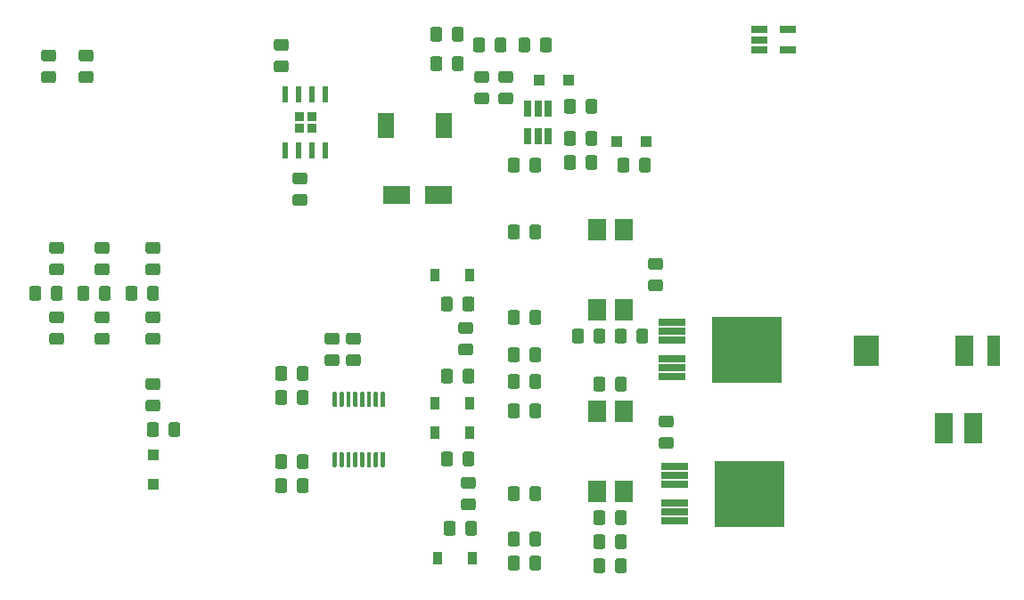
<source format=gbr>
%TF.GenerationSoftware,KiCad,Pcbnew,(5.1.6)-1*%
%TF.CreationDate,2021-01-23T13:54:21+00:00*%
%TF.ProjectId,ninja_iron,6e696e6a-615f-4697-926f-6e2e6b696361,rev?*%
%TF.SameCoordinates,Original*%
%TF.FileFunction,Paste,Top*%
%TF.FilePolarity,Positive*%
%FSLAX46Y46*%
G04 Gerber Fmt 4.6, Leading zero omitted, Abs format (unit mm)*
G04 Created by KiCad (PCBNEW (5.1.6)-1) date 2021-01-23 13:54:21*
%MOMM*%
%LPD*%
G01*
G04 APERTURE LIST*
%ADD10R,1.560000X0.650000*%
%ADD11R,1.500000X2.400000*%
%ADD12R,2.500000X1.800000*%
%ADD13R,0.900000X1.200000*%
%ADD14R,1.100000X1.100000*%
%ADD15R,2.400000X2.900000*%
%ADD16R,1.200000X2.900000*%
%ADD17R,1.800000X2.900000*%
%ADD18R,2.500000X0.650000*%
%ADD19R,6.600000X6.300000*%
%ADD20R,0.650000X1.560000*%
%ADD21R,1.780000X2.000000*%
%ADD22R,0.600000X1.550000*%
%ADD23R,0.950000X0.950000*%
G04 APERTURE END LIST*
%TO.C,R36*%
G36*
G01*
X174809550Y-34976000D02*
X175710450Y-34976000D01*
G75*
G02*
X175960000Y-35225550I0J-249550D01*
G01*
X175960000Y-35876450D01*
G75*
G02*
X175710450Y-36126000I-249550J0D01*
G01*
X174809550Y-36126000D01*
G75*
G02*
X174560000Y-35876450I0J249550D01*
G01*
X174560000Y-35225550D01*
G75*
G02*
X174809550Y-34976000I249550J0D01*
G01*
G37*
G36*
G01*
X174809550Y-37026000D02*
X175710450Y-37026000D01*
G75*
G02*
X175960000Y-37275550I0J-249550D01*
G01*
X175960000Y-37926450D01*
G75*
G02*
X175710450Y-38176000I-249550J0D01*
G01*
X174809550Y-38176000D01*
G75*
G02*
X174560000Y-37926450I0J249550D01*
G01*
X174560000Y-37275550D01*
G75*
G02*
X174809550Y-37026000I249550J0D01*
G01*
G37*
%TD*%
D10*
%TO.C,U10*%
X241888000Y-33086000D03*
X241888000Y-34986000D03*
X239188000Y-34986000D03*
X239188000Y-34036000D03*
X239188000Y-33086000D03*
%TD*%
%TO.C,R10*%
G36*
G01*
X195268000Y-68522001D02*
X195268000Y-67621999D01*
G75*
G02*
X195517999Y-67372000I249999J0D01*
G01*
X196168001Y-67372000D01*
G75*
G02*
X196418000Y-67621999I0J-249999D01*
G01*
X196418000Y-68522001D01*
G75*
G02*
X196168001Y-68772000I-249999J0D01*
G01*
X195517999Y-68772000D01*
G75*
G02*
X195268000Y-68522001I0J249999D01*
G01*
G37*
G36*
G01*
X193218000Y-68522001D02*
X193218000Y-67621999D01*
G75*
G02*
X193467999Y-67372000I249999J0D01*
G01*
X194118001Y-67372000D01*
G75*
G02*
X194368000Y-67621999I0J-249999D01*
G01*
X194368000Y-68522001D01*
G75*
G02*
X194118001Y-68772000I-249999J0D01*
G01*
X193467999Y-68772000D01*
G75*
G02*
X193218000Y-68522001I0J249999D01*
G01*
G37*
%TD*%
%TO.C,R8*%
G36*
G01*
X217366000Y-81984001D02*
X217366000Y-81083999D01*
G75*
G02*
X217615999Y-80834000I249999J0D01*
G01*
X218266001Y-80834000D01*
G75*
G02*
X218516000Y-81083999I0J-249999D01*
G01*
X218516000Y-81984001D01*
G75*
G02*
X218266001Y-82234000I-249999J0D01*
G01*
X217615999Y-82234000D01*
G75*
G02*
X217366000Y-81984001I0J249999D01*
G01*
G37*
G36*
G01*
X215316000Y-81984001D02*
X215316000Y-81083999D01*
G75*
G02*
X215565999Y-80834000I249999J0D01*
G01*
X216216001Y-80834000D01*
G75*
G02*
X216466000Y-81083999I0J-249999D01*
G01*
X216466000Y-81984001D01*
G75*
G02*
X216216001Y-82234000I-249999J0D01*
G01*
X215565999Y-82234000D01*
G75*
G02*
X215316000Y-81984001I0J249999D01*
G01*
G37*
%TD*%
%TO.C,R5*%
G36*
G01*
X229927999Y-69774000D02*
X230828001Y-69774000D01*
G75*
G02*
X231078000Y-70023999I0J-249999D01*
G01*
X231078000Y-70674001D01*
G75*
G02*
X230828001Y-70924000I-249999J0D01*
G01*
X229927999Y-70924000D01*
G75*
G02*
X229678000Y-70674001I0J249999D01*
G01*
X229678000Y-70023999D01*
G75*
G02*
X229927999Y-69774000I249999J0D01*
G01*
G37*
G36*
G01*
X229927999Y-71824000D02*
X230828001Y-71824000D01*
G75*
G02*
X231078000Y-72073999I0J-249999D01*
G01*
X231078000Y-72724001D01*
G75*
G02*
X230828001Y-72974000I-249999J0D01*
G01*
X229927999Y-72974000D01*
G75*
G02*
X229678000Y-72724001I0J249999D01*
G01*
X229678000Y-72073999D01*
G75*
G02*
X229927999Y-71824000I249999J0D01*
G01*
G37*
%TD*%
%TO.C,R3*%
G36*
G01*
X217366000Y-60902001D02*
X217366000Y-60001999D01*
G75*
G02*
X217615999Y-59752000I249999J0D01*
G01*
X218266001Y-59752000D01*
G75*
G02*
X218516000Y-60001999I0J-249999D01*
G01*
X218516000Y-60902001D01*
G75*
G02*
X218266001Y-61152000I-249999J0D01*
G01*
X217615999Y-61152000D01*
G75*
G02*
X217366000Y-60902001I0J249999D01*
G01*
G37*
G36*
G01*
X215316000Y-60902001D02*
X215316000Y-60001999D01*
G75*
G02*
X215565999Y-59752000I249999J0D01*
G01*
X216216001Y-59752000D01*
G75*
G02*
X216466000Y-60001999I0J-249999D01*
G01*
X216466000Y-60902001D01*
G75*
G02*
X216216001Y-61152000I-249999J0D01*
G01*
X215565999Y-61152000D01*
G75*
G02*
X215316000Y-60902001I0J249999D01*
G01*
G37*
%TD*%
%TO.C,R11*%
G36*
G01*
X193218000Y-66236001D02*
X193218000Y-65335999D01*
G75*
G02*
X193467999Y-65086000I249999J0D01*
G01*
X194118001Y-65086000D01*
G75*
G02*
X194368000Y-65335999I0J-249999D01*
G01*
X194368000Y-66236001D01*
G75*
G02*
X194118001Y-66486000I-249999J0D01*
G01*
X193467999Y-66486000D01*
G75*
G02*
X193218000Y-66236001I0J249999D01*
G01*
G37*
G36*
G01*
X195268000Y-66236001D02*
X195268000Y-65335999D01*
G75*
G02*
X195517999Y-65086000I249999J0D01*
G01*
X196168001Y-65086000D01*
G75*
G02*
X196418000Y-65335999I0J-249999D01*
G01*
X196418000Y-66236001D01*
G75*
G02*
X196168001Y-66486000I-249999J0D01*
G01*
X195517999Y-66486000D01*
G75*
G02*
X195268000Y-66236001I0J249999D01*
G01*
G37*
%TD*%
D11*
%TO.C,L1*%
X203752000Y-42164000D03*
X209252000Y-42164000D03*
%TD*%
%TO.C,R19*%
G36*
G01*
X224594000Y-83623999D02*
X224594000Y-84524001D01*
G75*
G02*
X224344001Y-84774000I-249999J0D01*
G01*
X223693999Y-84774000D01*
G75*
G02*
X223444000Y-84524001I0J249999D01*
G01*
X223444000Y-83623999D01*
G75*
G02*
X223693999Y-83374000I249999J0D01*
G01*
X224344001Y-83374000D01*
G75*
G02*
X224594000Y-83623999I0J-249999D01*
G01*
G37*
G36*
G01*
X226644000Y-83623999D02*
X226644000Y-84524001D01*
G75*
G02*
X226394001Y-84774000I-249999J0D01*
G01*
X225743999Y-84774000D01*
G75*
G02*
X225494000Y-84524001I0J249999D01*
G01*
X225494000Y-83623999D01*
G75*
G02*
X225743999Y-83374000I249999J0D01*
G01*
X226394001Y-83374000D01*
G75*
G02*
X226644000Y-83623999I0J-249999D01*
G01*
G37*
%TD*%
%TO.C,R14*%
G36*
G01*
X213302001Y-40208000D02*
X212401999Y-40208000D01*
G75*
G02*
X212152000Y-39958001I0J249999D01*
G01*
X212152000Y-39307999D01*
G75*
G02*
X212401999Y-39058000I249999J0D01*
G01*
X213302001Y-39058000D01*
G75*
G02*
X213552000Y-39307999I0J-249999D01*
G01*
X213552000Y-39958001D01*
G75*
G02*
X213302001Y-40208000I-249999J0D01*
G01*
G37*
G36*
G01*
X213302001Y-38158000D02*
X212401999Y-38158000D01*
G75*
G02*
X212152000Y-37908001I0J249999D01*
G01*
X212152000Y-37257999D01*
G75*
G02*
X212401999Y-37008000I249999J0D01*
G01*
X213302001Y-37008000D01*
G75*
G02*
X213552000Y-37257999I0J-249999D01*
G01*
X213552000Y-37908001D01*
G75*
G02*
X213302001Y-38158000I-249999J0D01*
G01*
G37*
%TD*%
%TO.C,R15*%
G36*
G01*
X209100000Y-33077999D02*
X209100000Y-33978001D01*
G75*
G02*
X208850001Y-34228000I-249999J0D01*
G01*
X208199999Y-34228000D01*
G75*
G02*
X207950000Y-33978001I0J249999D01*
G01*
X207950000Y-33077999D01*
G75*
G02*
X208199999Y-32828000I249999J0D01*
G01*
X208850001Y-32828000D01*
G75*
G02*
X209100000Y-33077999I0J-249999D01*
G01*
G37*
G36*
G01*
X211150000Y-33077999D02*
X211150000Y-33978001D01*
G75*
G02*
X210900001Y-34228000I-249999J0D01*
G01*
X210249999Y-34228000D01*
G75*
G02*
X210000000Y-33978001I0J249999D01*
G01*
X210000000Y-33077999D01*
G75*
G02*
X210249999Y-32828000I249999J0D01*
G01*
X210900001Y-32828000D01*
G75*
G02*
X211150000Y-33077999I0J-249999D01*
G01*
G37*
%TD*%
%TO.C,R25*%
G36*
G01*
X181159999Y-55314000D02*
X182060001Y-55314000D01*
G75*
G02*
X182310000Y-55563999I0J-249999D01*
G01*
X182310000Y-56214001D01*
G75*
G02*
X182060001Y-56464000I-249999J0D01*
G01*
X181159999Y-56464000D01*
G75*
G02*
X180910000Y-56214001I0J249999D01*
G01*
X180910000Y-55563999D01*
G75*
G02*
X181159999Y-55314000I249999J0D01*
G01*
G37*
G36*
G01*
X181159999Y-53264000D02*
X182060001Y-53264000D01*
G75*
G02*
X182310000Y-53513999I0J-249999D01*
G01*
X182310000Y-54164001D01*
G75*
G02*
X182060001Y-54414000I-249999J0D01*
G01*
X181159999Y-54414000D01*
G75*
G02*
X180910000Y-54164001I0J249999D01*
G01*
X180910000Y-53513999D01*
G75*
G02*
X181159999Y-53264000I249999J0D01*
G01*
G37*
%TD*%
%TO.C,R21*%
G36*
G01*
X226644000Y-81337999D02*
X226644000Y-82238001D01*
G75*
G02*
X226394001Y-82488000I-249999J0D01*
G01*
X225743999Y-82488000D01*
G75*
G02*
X225494000Y-82238001I0J249999D01*
G01*
X225494000Y-81337999D01*
G75*
G02*
X225743999Y-81088000I249999J0D01*
G01*
X226394001Y-81088000D01*
G75*
G02*
X226644000Y-81337999I0J-249999D01*
G01*
G37*
G36*
G01*
X224594000Y-81337999D02*
X224594000Y-82238001D01*
G75*
G02*
X224344001Y-82488000I-249999J0D01*
G01*
X223693999Y-82488000D01*
G75*
G02*
X223444000Y-82238001I0J249999D01*
G01*
X223444000Y-81337999D01*
G75*
G02*
X223693999Y-81088000I249999J0D01*
G01*
X224344001Y-81088000D01*
G75*
G02*
X224594000Y-81337999I0J-249999D01*
G01*
G37*
%TD*%
%TO.C,R23*%
G36*
G01*
X172015999Y-55314000D02*
X172916001Y-55314000D01*
G75*
G02*
X173166000Y-55563999I0J-249999D01*
G01*
X173166000Y-56214001D01*
G75*
G02*
X172916001Y-56464000I-249999J0D01*
G01*
X172015999Y-56464000D01*
G75*
G02*
X171766000Y-56214001I0J249999D01*
G01*
X171766000Y-55563999D01*
G75*
G02*
X172015999Y-55314000I249999J0D01*
G01*
G37*
G36*
G01*
X172015999Y-53264000D02*
X172916001Y-53264000D01*
G75*
G02*
X173166000Y-53513999I0J-249999D01*
G01*
X173166000Y-54164001D01*
G75*
G02*
X172916001Y-54414000I-249999J0D01*
G01*
X172015999Y-54414000D01*
G75*
G02*
X171766000Y-54164001I0J249999D01*
G01*
X171766000Y-53513999D01*
G75*
G02*
X172015999Y-53264000I249999J0D01*
G01*
G37*
%TD*%
%TO.C,R28*%
G36*
G01*
X220650000Y-46170001D02*
X220650000Y-45269999D01*
G75*
G02*
X220899999Y-45020000I249999J0D01*
G01*
X221550001Y-45020000D01*
G75*
G02*
X221800000Y-45269999I0J-249999D01*
G01*
X221800000Y-46170001D01*
G75*
G02*
X221550001Y-46420000I-249999J0D01*
G01*
X220899999Y-46420000D01*
G75*
G02*
X220650000Y-46170001I0J249999D01*
G01*
G37*
G36*
G01*
X222700000Y-46170001D02*
X222700000Y-45269999D01*
G75*
G02*
X222949999Y-45020000I249999J0D01*
G01*
X223600001Y-45020000D01*
G75*
G02*
X223850000Y-45269999I0J-249999D01*
G01*
X223850000Y-46170001D01*
G75*
G02*
X223600001Y-46420000I-249999J0D01*
G01*
X222949999Y-46420000D01*
G75*
G02*
X222700000Y-46170001I0J249999D01*
G01*
G37*
%TD*%
%TO.C,R30*%
G36*
G01*
X182194000Y-57715999D02*
X182194000Y-58616001D01*
G75*
G02*
X181944001Y-58866000I-249999J0D01*
G01*
X181293999Y-58866000D01*
G75*
G02*
X181044000Y-58616001I0J249999D01*
G01*
X181044000Y-57715999D01*
G75*
G02*
X181293999Y-57466000I249999J0D01*
G01*
X181944001Y-57466000D01*
G75*
G02*
X182194000Y-57715999I0J-249999D01*
G01*
G37*
G36*
G01*
X180144000Y-57715550D02*
X180144000Y-58616450D01*
G75*
G02*
X179894450Y-58866000I-249550J0D01*
G01*
X179243550Y-58866000D01*
G75*
G02*
X178994000Y-58616450I0J249550D01*
G01*
X178994000Y-57715550D01*
G75*
G02*
X179243550Y-57466000I249550J0D01*
G01*
X179894450Y-57466000D01*
G75*
G02*
X180144000Y-57715550I0J-249550D01*
G01*
G37*
%TD*%
%TO.C,R35*%
G36*
G01*
X171253550Y-37026000D02*
X172154450Y-37026000D01*
G75*
G02*
X172404000Y-37275550I0J-249550D01*
G01*
X172404000Y-37926450D01*
G75*
G02*
X172154450Y-38176000I-249550J0D01*
G01*
X171253550Y-38176000D01*
G75*
G02*
X171004000Y-37926450I0J249550D01*
G01*
X171004000Y-37275550D01*
G75*
G02*
X171253550Y-37026000I249550J0D01*
G01*
G37*
G36*
G01*
X171253550Y-34976000D02*
X172154450Y-34976000D01*
G75*
G02*
X172404000Y-35225550I0J-249550D01*
G01*
X172404000Y-35876450D01*
G75*
G02*
X172154450Y-36126000I-249550J0D01*
G01*
X171253550Y-36126000D01*
G75*
G02*
X171004000Y-35876450I0J249550D01*
G01*
X171004000Y-35225550D01*
G75*
G02*
X171253550Y-34976000I249550J0D01*
G01*
G37*
%TD*%
%TO.C,R20*%
G36*
G01*
X218516000Y-68891999D02*
X218516000Y-69792001D01*
G75*
G02*
X218266001Y-70042000I-249999J0D01*
G01*
X217615999Y-70042000D01*
G75*
G02*
X217366000Y-69792001I0J249999D01*
G01*
X217366000Y-68891999D01*
G75*
G02*
X217615999Y-68642000I249999J0D01*
G01*
X218266001Y-68642000D01*
G75*
G02*
X218516000Y-68891999I0J-249999D01*
G01*
G37*
G36*
G01*
X216466000Y-68891999D02*
X216466000Y-69792001D01*
G75*
G02*
X216216001Y-70042000I-249999J0D01*
G01*
X215565999Y-70042000D01*
G75*
G02*
X215316000Y-69792001I0J249999D01*
G01*
X215316000Y-68891999D01*
G75*
G02*
X215565999Y-68642000I249999J0D01*
G01*
X216216001Y-68642000D01*
G75*
G02*
X216466000Y-68891999I0J-249999D01*
G01*
G37*
%TD*%
%TO.C,R27*%
G36*
G01*
X182176000Y-70669999D02*
X182176000Y-71570001D01*
G75*
G02*
X181926001Y-71820000I-249999J0D01*
G01*
X181275999Y-71820000D01*
G75*
G02*
X181026000Y-71570001I0J249999D01*
G01*
X181026000Y-70669999D01*
G75*
G02*
X181275999Y-70420000I249999J0D01*
G01*
X181926001Y-70420000D01*
G75*
G02*
X182176000Y-70669999I0J-249999D01*
G01*
G37*
G36*
G01*
X184226000Y-70669999D02*
X184226000Y-71570001D01*
G75*
G02*
X183976001Y-71820000I-249999J0D01*
G01*
X183325999Y-71820000D01*
G75*
G02*
X183076000Y-71570001I0J249999D01*
G01*
X183076000Y-70669999D01*
G75*
G02*
X183325999Y-70420000I249999J0D01*
G01*
X183976001Y-70420000D01*
G75*
G02*
X184226000Y-70669999I0J-249999D01*
G01*
G37*
%TD*%
%TO.C,R29*%
G36*
G01*
X227780000Y-46424001D02*
X227780000Y-45523999D01*
G75*
G02*
X228029999Y-45274000I249999J0D01*
G01*
X228680001Y-45274000D01*
G75*
G02*
X228930000Y-45523999I0J-249999D01*
G01*
X228930000Y-46424001D01*
G75*
G02*
X228680001Y-46674000I-249999J0D01*
G01*
X228029999Y-46674000D01*
G75*
G02*
X227780000Y-46424001I0J249999D01*
G01*
G37*
G36*
G01*
X225730000Y-46424001D02*
X225730000Y-45523999D01*
G75*
G02*
X225979999Y-45274000I249999J0D01*
G01*
X226630001Y-45274000D01*
G75*
G02*
X226880000Y-45523999I0J-249999D01*
G01*
X226880000Y-46424001D01*
G75*
G02*
X226630001Y-46674000I-249999J0D01*
G01*
X225979999Y-46674000D01*
G75*
G02*
X225730000Y-46424001I0J249999D01*
G01*
G37*
%TD*%
%TO.C,R31*%
G36*
G01*
X175572000Y-57715999D02*
X175572000Y-58616001D01*
G75*
G02*
X175322001Y-58866000I-249999J0D01*
G01*
X174671999Y-58866000D01*
G75*
G02*
X174422000Y-58616001I0J249999D01*
G01*
X174422000Y-57715999D01*
G75*
G02*
X174671999Y-57466000I249999J0D01*
G01*
X175322001Y-57466000D01*
G75*
G02*
X175572000Y-57715999I0J-249999D01*
G01*
G37*
G36*
G01*
X177622000Y-57715999D02*
X177622000Y-58616001D01*
G75*
G02*
X177372001Y-58866000I-249999J0D01*
G01*
X176721999Y-58866000D01*
G75*
G02*
X176472000Y-58616001I0J249999D01*
G01*
X176472000Y-57715999D01*
G75*
G02*
X176721999Y-57466000I249999J0D01*
G01*
X177372001Y-57466000D01*
G75*
G02*
X177622000Y-57715999I0J-249999D01*
G01*
G37*
%TD*%
%TO.C,R26*%
G36*
G01*
X181159999Y-66218000D02*
X182060001Y-66218000D01*
G75*
G02*
X182310000Y-66467999I0J-249999D01*
G01*
X182310000Y-67118001D01*
G75*
G02*
X182060001Y-67368000I-249999J0D01*
G01*
X181159999Y-67368000D01*
G75*
G02*
X180910000Y-67118001I0J249999D01*
G01*
X180910000Y-66467999D01*
G75*
G02*
X181159999Y-66218000I249999J0D01*
G01*
G37*
G36*
G01*
X181159999Y-68268000D02*
X182060001Y-68268000D01*
G75*
G02*
X182310000Y-68517999I0J-249999D01*
G01*
X182310000Y-69168001D01*
G75*
G02*
X182060001Y-69418000I-249999J0D01*
G01*
X181159999Y-69418000D01*
G75*
G02*
X180910000Y-69168001I0J249999D01*
G01*
X180910000Y-68517999D01*
G75*
G02*
X181159999Y-68268000I249999J0D01*
G01*
G37*
%TD*%
%TO.C,R16*%
G36*
G01*
X226644000Y-66351999D02*
X226644000Y-67252001D01*
G75*
G02*
X226394001Y-67502000I-249999J0D01*
G01*
X225743999Y-67502000D01*
G75*
G02*
X225494000Y-67252001I0J249999D01*
G01*
X225494000Y-66351999D01*
G75*
G02*
X225743999Y-66102000I249999J0D01*
G01*
X226394001Y-66102000D01*
G75*
G02*
X226644000Y-66351999I0J-249999D01*
G01*
G37*
G36*
G01*
X224594000Y-66351999D02*
X224594000Y-67252001D01*
G75*
G02*
X224344001Y-67502000I-249999J0D01*
G01*
X223693999Y-67502000D01*
G75*
G02*
X223444000Y-67252001I0J249999D01*
G01*
X223444000Y-66351999D01*
G75*
G02*
X223693999Y-66102000I249999J0D01*
G01*
X224344001Y-66102000D01*
G75*
G02*
X224594000Y-66351999I0J-249999D01*
G01*
G37*
%TD*%
%TO.C,R17*%
G36*
G01*
X216466000Y-51873999D02*
X216466000Y-52774001D01*
G75*
G02*
X216216001Y-53024000I-249999J0D01*
G01*
X215565999Y-53024000D01*
G75*
G02*
X215316000Y-52774001I0J249999D01*
G01*
X215316000Y-51873999D01*
G75*
G02*
X215565999Y-51624000I249999J0D01*
G01*
X216216001Y-51624000D01*
G75*
G02*
X216466000Y-51873999I0J-249999D01*
G01*
G37*
G36*
G01*
X218516000Y-51873999D02*
X218516000Y-52774001D01*
G75*
G02*
X218266001Y-53024000I-249999J0D01*
G01*
X217615999Y-53024000D01*
G75*
G02*
X217366000Y-52774001I0J249999D01*
G01*
X217366000Y-51873999D01*
G75*
G02*
X217615999Y-51624000I249999J0D01*
G01*
X218266001Y-51624000D01*
G75*
G02*
X218516000Y-51873999I0J-249999D01*
G01*
G37*
%TD*%
%TO.C,R18*%
G36*
G01*
X225476000Y-62680001D02*
X225476000Y-61779999D01*
G75*
G02*
X225725999Y-61530000I249999J0D01*
G01*
X226376001Y-61530000D01*
G75*
G02*
X226626000Y-61779999I0J-249999D01*
G01*
X226626000Y-62680001D01*
G75*
G02*
X226376001Y-62930000I-249999J0D01*
G01*
X225725999Y-62930000D01*
G75*
G02*
X225476000Y-62680001I0J249999D01*
G01*
G37*
G36*
G01*
X227526000Y-62680001D02*
X227526000Y-61779999D01*
G75*
G02*
X227775999Y-61530000I249999J0D01*
G01*
X228426001Y-61530000D01*
G75*
G02*
X228676000Y-61779999I0J-249999D01*
G01*
X228676000Y-62680001D01*
G75*
G02*
X228426001Y-62930000I-249999J0D01*
G01*
X227775999Y-62930000D01*
G75*
G02*
X227526000Y-62680001I0J249999D01*
G01*
G37*
%TD*%
%TO.C,R24*%
G36*
G01*
X176333999Y-53264000D02*
X177234001Y-53264000D01*
G75*
G02*
X177484000Y-53513999I0J-249999D01*
G01*
X177484000Y-54164001D01*
G75*
G02*
X177234001Y-54414000I-249999J0D01*
G01*
X176333999Y-54414000D01*
G75*
G02*
X176084000Y-54164001I0J249999D01*
G01*
X176084000Y-53513999D01*
G75*
G02*
X176333999Y-53264000I249999J0D01*
G01*
G37*
G36*
G01*
X176333999Y-55314000D02*
X177234001Y-55314000D01*
G75*
G02*
X177484000Y-55563999I0J-249999D01*
G01*
X177484000Y-56214001D01*
G75*
G02*
X177234001Y-56464000I-249999J0D01*
G01*
X176333999Y-56464000D01*
G75*
G02*
X176084000Y-56214001I0J249999D01*
G01*
X176084000Y-55563999D01*
G75*
G02*
X176333999Y-55314000I249999J0D01*
G01*
G37*
%TD*%
%TO.C,C21*%
G36*
G01*
X218516000Y-45523999D02*
X218516000Y-46424001D01*
G75*
G02*
X218266001Y-46674000I-249999J0D01*
G01*
X217615999Y-46674000D01*
G75*
G02*
X217366000Y-46424001I0J249999D01*
G01*
X217366000Y-45523999D01*
G75*
G02*
X217615999Y-45274000I249999J0D01*
G01*
X218266001Y-45274000D01*
G75*
G02*
X218516000Y-45523999I0J-249999D01*
G01*
G37*
G36*
G01*
X216466000Y-45523999D02*
X216466000Y-46424001D01*
G75*
G02*
X216216001Y-46674000I-249999J0D01*
G01*
X215565999Y-46674000D01*
G75*
G02*
X215316000Y-46424001I0J249999D01*
G01*
X215316000Y-45523999D01*
G75*
G02*
X215565999Y-45274000I249999J0D01*
G01*
X216216001Y-45274000D01*
G75*
G02*
X216466000Y-45523999I0J-249999D01*
G01*
G37*
%TD*%
%TO.C,C18*%
G36*
G01*
X176333999Y-61918000D02*
X177234001Y-61918000D01*
G75*
G02*
X177484000Y-62167999I0J-249999D01*
G01*
X177484000Y-62818001D01*
G75*
G02*
X177234001Y-63068000I-249999J0D01*
G01*
X176333999Y-63068000D01*
G75*
G02*
X176084000Y-62818001I0J249999D01*
G01*
X176084000Y-62167999D01*
G75*
G02*
X176333999Y-61918000I249999J0D01*
G01*
G37*
G36*
G01*
X176333999Y-59868000D02*
X177234001Y-59868000D01*
G75*
G02*
X177484000Y-60117999I0J-249999D01*
G01*
X177484000Y-60768001D01*
G75*
G02*
X177234001Y-61018000I-249999J0D01*
G01*
X176333999Y-61018000D01*
G75*
G02*
X176084000Y-60768001I0J249999D01*
G01*
X176084000Y-60117999D01*
G75*
G02*
X176333999Y-59868000I249999J0D01*
G01*
G37*
%TD*%
%TO.C,C7*%
G36*
G01*
X199078001Y-65100000D02*
X198177999Y-65100000D01*
G75*
G02*
X197928000Y-64850001I0J249999D01*
G01*
X197928000Y-64199999D01*
G75*
G02*
X198177999Y-63950000I249999J0D01*
G01*
X199078001Y-63950000D01*
G75*
G02*
X199328000Y-64199999I0J-249999D01*
G01*
X199328000Y-64850001D01*
G75*
G02*
X199078001Y-65100000I-249999J0D01*
G01*
G37*
G36*
G01*
X199078001Y-63050000D02*
X198177999Y-63050000D01*
G75*
G02*
X197928000Y-62800001I0J249999D01*
G01*
X197928000Y-62149999D01*
G75*
G02*
X198177999Y-61900000I249999J0D01*
G01*
X199078001Y-61900000D01*
G75*
G02*
X199328000Y-62149999I0J-249999D01*
G01*
X199328000Y-62800001D01*
G75*
G02*
X199078001Y-63050000I-249999J0D01*
G01*
G37*
%TD*%
%TO.C,C8*%
G36*
G01*
X220650000Y-43884001D02*
X220650000Y-42983999D01*
G75*
G02*
X220899999Y-42734000I249999J0D01*
G01*
X221550001Y-42734000D01*
G75*
G02*
X221800000Y-42983999I0J-249999D01*
G01*
X221800000Y-43884001D01*
G75*
G02*
X221550001Y-44134000I-249999J0D01*
G01*
X220899999Y-44134000D01*
G75*
G02*
X220650000Y-43884001I0J249999D01*
G01*
G37*
G36*
G01*
X222700000Y-43884001D02*
X222700000Y-42983999D01*
G75*
G02*
X222949999Y-42734000I249999J0D01*
G01*
X223600001Y-42734000D01*
G75*
G02*
X223850000Y-42983999I0J-249999D01*
G01*
X223850000Y-43884001D01*
G75*
G02*
X223600001Y-44134000I-249999J0D01*
G01*
X222949999Y-44134000D01*
G75*
G02*
X222700000Y-43884001I0J249999D01*
G01*
G37*
%TD*%
%TO.C,C20*%
G36*
G01*
X201110001Y-63050000D02*
X200209999Y-63050000D01*
G75*
G02*
X199960000Y-62800001I0J249999D01*
G01*
X199960000Y-62149999D01*
G75*
G02*
X200209999Y-61900000I249999J0D01*
G01*
X201110001Y-61900000D01*
G75*
G02*
X201360000Y-62149999I0J-249999D01*
G01*
X201360000Y-62800001D01*
G75*
G02*
X201110001Y-63050000I-249999J0D01*
G01*
G37*
G36*
G01*
X201110001Y-65100000D02*
X200209999Y-65100000D01*
G75*
G02*
X199960000Y-64850001I0J249999D01*
G01*
X199960000Y-64199999D01*
G75*
G02*
X200209999Y-63950000I249999J0D01*
G01*
X201110001Y-63950000D01*
G75*
G02*
X201360000Y-64199999I0J-249999D01*
G01*
X201360000Y-64850001D01*
G75*
G02*
X201110001Y-65100000I-249999J0D01*
G01*
G37*
%TD*%
D12*
%TO.C,D2*%
X204756000Y-48768000D03*
X208756000Y-48768000D03*
%TD*%
D13*
%TO.C,D9*%
X211962000Y-83312000D03*
X208662000Y-83312000D03*
%TD*%
%TO.C,C19*%
G36*
G01*
X181159999Y-59868000D02*
X182060001Y-59868000D01*
G75*
G02*
X182310000Y-60117999I0J-249999D01*
G01*
X182310000Y-60768001D01*
G75*
G02*
X182060001Y-61018000I-249999J0D01*
G01*
X181159999Y-61018000D01*
G75*
G02*
X180910000Y-60768001I0J249999D01*
G01*
X180910000Y-60117999D01*
G75*
G02*
X181159999Y-59868000I249999J0D01*
G01*
G37*
G36*
G01*
X181159999Y-61918000D02*
X182060001Y-61918000D01*
G75*
G02*
X182310000Y-62167999I0J-249999D01*
G01*
X182310000Y-62818001D01*
G75*
G02*
X182060001Y-63068000I-249999J0D01*
G01*
X181159999Y-63068000D01*
G75*
G02*
X180910000Y-62818001I0J249999D01*
G01*
X180910000Y-62167999D01*
G75*
G02*
X181159999Y-61918000I249999J0D01*
G01*
G37*
%TD*%
%TO.C,C6*%
G36*
G01*
X211131999Y-77666000D02*
X212032001Y-77666000D01*
G75*
G02*
X212282000Y-77915999I0J-249999D01*
G01*
X212282000Y-78566001D01*
G75*
G02*
X212032001Y-78816000I-249999J0D01*
G01*
X211131999Y-78816000D01*
G75*
G02*
X210882000Y-78566001I0J249999D01*
G01*
X210882000Y-77915999D01*
G75*
G02*
X211131999Y-77666000I249999J0D01*
G01*
G37*
G36*
G01*
X211131999Y-75616000D02*
X212032001Y-75616000D01*
G75*
G02*
X212282000Y-75865999I0J-249999D01*
G01*
X212282000Y-76516001D01*
G75*
G02*
X212032001Y-76766000I-249999J0D01*
G01*
X211131999Y-76766000D01*
G75*
G02*
X210882000Y-76516001I0J249999D01*
G01*
X210882000Y-75865999D01*
G75*
G02*
X211131999Y-75616000I249999J0D01*
G01*
G37*
%TD*%
%TO.C,C3*%
G36*
G01*
X210877999Y-60884000D02*
X211778001Y-60884000D01*
G75*
G02*
X212028000Y-61133999I0J-249999D01*
G01*
X212028000Y-61784001D01*
G75*
G02*
X211778001Y-62034000I-249999J0D01*
G01*
X210877999Y-62034000D01*
G75*
G02*
X210628000Y-61784001I0J249999D01*
G01*
X210628000Y-61133999D01*
G75*
G02*
X210877999Y-60884000I249999J0D01*
G01*
G37*
G36*
G01*
X210877999Y-62934000D02*
X211778001Y-62934000D01*
G75*
G02*
X212028000Y-63183999I0J-249999D01*
G01*
X212028000Y-63834001D01*
G75*
G02*
X211778001Y-64084000I-249999J0D01*
G01*
X210877999Y-64084000D01*
G75*
G02*
X210628000Y-63834001I0J249999D01*
G01*
X210628000Y-63183999D01*
G75*
G02*
X210877999Y-62934000I249999J0D01*
G01*
G37*
%TD*%
%TO.C,C9*%
G36*
G01*
X222700000Y-40836001D02*
X222700000Y-39935999D01*
G75*
G02*
X222949999Y-39686000I249999J0D01*
G01*
X223600001Y-39686000D01*
G75*
G02*
X223850000Y-39935999I0J-249999D01*
G01*
X223850000Y-40836001D01*
G75*
G02*
X223600001Y-41086000I-249999J0D01*
G01*
X222949999Y-41086000D01*
G75*
G02*
X222700000Y-40836001I0J249999D01*
G01*
G37*
G36*
G01*
X220650000Y-40836001D02*
X220650000Y-39935999D01*
G75*
G02*
X220899999Y-39686000I249999J0D01*
G01*
X221550001Y-39686000D01*
G75*
G02*
X221800000Y-39935999I0J-249999D01*
G01*
X221800000Y-40836001D01*
G75*
G02*
X221550001Y-41086000I-249999J0D01*
G01*
X220899999Y-41086000D01*
G75*
G02*
X220650000Y-40836001I0J249999D01*
G01*
G37*
%TD*%
%TO.C,C1*%
G36*
G01*
X208957000Y-59632001D02*
X208957000Y-58731999D01*
G75*
G02*
X209206999Y-58482000I249999J0D01*
G01*
X209857001Y-58482000D01*
G75*
G02*
X210107000Y-58731999I0J-249999D01*
G01*
X210107000Y-59632001D01*
G75*
G02*
X209857001Y-59882000I-249999J0D01*
G01*
X209206999Y-59882000D01*
G75*
G02*
X208957000Y-59632001I0J249999D01*
G01*
G37*
G36*
G01*
X211007000Y-59632001D02*
X211007000Y-58731999D01*
G75*
G02*
X211256999Y-58482000I249999J0D01*
G01*
X211907001Y-58482000D01*
G75*
G02*
X212157000Y-58731999I0J-249999D01*
G01*
X212157000Y-59632001D01*
G75*
G02*
X211907001Y-59882000I-249999J0D01*
G01*
X211256999Y-59882000D01*
G75*
G02*
X211007000Y-59632001I0J249999D01*
G01*
G37*
%TD*%
%TO.C,C4*%
G36*
G01*
X208966000Y-74364001D02*
X208966000Y-73463999D01*
G75*
G02*
X209215999Y-73214000I249999J0D01*
G01*
X209866001Y-73214000D01*
G75*
G02*
X210116000Y-73463999I0J-249999D01*
G01*
X210116000Y-74364001D01*
G75*
G02*
X209866001Y-74614000I-249999J0D01*
G01*
X209215999Y-74614000D01*
G75*
G02*
X208966000Y-74364001I0J249999D01*
G01*
G37*
G36*
G01*
X211016000Y-74364001D02*
X211016000Y-73463999D01*
G75*
G02*
X211265999Y-73214000I249999J0D01*
G01*
X211916001Y-73214000D01*
G75*
G02*
X212166000Y-73463999I0J-249999D01*
G01*
X212166000Y-74364001D01*
G75*
G02*
X211916001Y-74614000I-249999J0D01*
G01*
X211265999Y-74614000D01*
G75*
G02*
X211016000Y-74364001I0J249999D01*
G01*
G37*
%TD*%
%TO.C,C13*%
G36*
G01*
X194252001Y-35110000D02*
X193351999Y-35110000D01*
G75*
G02*
X193102000Y-34860001I0J249999D01*
G01*
X193102000Y-34209999D01*
G75*
G02*
X193351999Y-33960000I249999J0D01*
G01*
X194252001Y-33960000D01*
G75*
G02*
X194502000Y-34209999I0J-249999D01*
G01*
X194502000Y-34860001D01*
G75*
G02*
X194252001Y-35110000I-249999J0D01*
G01*
G37*
G36*
G01*
X194252001Y-37160000D02*
X193351999Y-37160000D01*
G75*
G02*
X193102000Y-36910001I0J249999D01*
G01*
X193102000Y-36259999D01*
G75*
G02*
X193351999Y-36010000I249999J0D01*
G01*
X194252001Y-36010000D01*
G75*
G02*
X194502000Y-36259999I0J-249999D01*
G01*
X194502000Y-36910001D01*
G75*
G02*
X194252001Y-37160000I-249999J0D01*
G01*
G37*
%TD*%
%TO.C,C14*%
G36*
G01*
X224594000Y-79051999D02*
X224594000Y-79952001D01*
G75*
G02*
X224344001Y-80202000I-249999J0D01*
G01*
X223693999Y-80202000D01*
G75*
G02*
X223444000Y-79952001I0J249999D01*
G01*
X223444000Y-79051999D01*
G75*
G02*
X223693999Y-78802000I249999J0D01*
G01*
X224344001Y-78802000D01*
G75*
G02*
X224594000Y-79051999I0J-249999D01*
G01*
G37*
G36*
G01*
X226644000Y-79051999D02*
X226644000Y-79952001D01*
G75*
G02*
X226394001Y-80202000I-249999J0D01*
G01*
X225743999Y-80202000D01*
G75*
G02*
X225494000Y-79952001I0J249999D01*
G01*
X225494000Y-79051999D01*
G75*
G02*
X225743999Y-78802000I249999J0D01*
G01*
X226394001Y-78802000D01*
G75*
G02*
X226644000Y-79051999I0J-249999D01*
G01*
G37*
%TD*%
D14*
%TO.C,D6*%
X181610000Y-73530000D03*
X181610000Y-76330000D03*
%TD*%
%TO.C,D1*%
X221110000Y-37846000D03*
X218310000Y-37846000D03*
%TD*%
%TO.C,R1*%
G36*
G01*
X229812001Y-57988000D02*
X228911999Y-57988000D01*
G75*
G02*
X228662000Y-57738001I0J249999D01*
G01*
X228662000Y-57087999D01*
G75*
G02*
X228911999Y-56838000I249999J0D01*
G01*
X229812001Y-56838000D01*
G75*
G02*
X230062000Y-57087999I0J-249999D01*
G01*
X230062000Y-57738001D01*
G75*
G02*
X229812001Y-57988000I-249999J0D01*
G01*
G37*
G36*
G01*
X229812001Y-55938000D02*
X228911999Y-55938000D01*
G75*
G02*
X228662000Y-55688001I0J249999D01*
G01*
X228662000Y-55037999D01*
G75*
G02*
X228911999Y-54788000I249999J0D01*
G01*
X229812001Y-54788000D01*
G75*
G02*
X230062000Y-55037999I0J-249999D01*
G01*
X230062000Y-55688001D01*
G75*
G02*
X229812001Y-55938000I-249999J0D01*
G01*
G37*
%TD*%
%TO.C,R4*%
G36*
G01*
X217366000Y-64458001D02*
X217366000Y-63557999D01*
G75*
G02*
X217615999Y-63308000I249999J0D01*
G01*
X218266001Y-63308000D01*
G75*
G02*
X218516000Y-63557999I0J-249999D01*
G01*
X218516000Y-64458001D01*
G75*
G02*
X218266001Y-64708000I-249999J0D01*
G01*
X217615999Y-64708000D01*
G75*
G02*
X217366000Y-64458001I0J249999D01*
G01*
G37*
G36*
G01*
X215316000Y-64458001D02*
X215316000Y-63557999D01*
G75*
G02*
X215565999Y-63308000I249999J0D01*
G01*
X216216001Y-63308000D01*
G75*
G02*
X216466000Y-63557999I0J-249999D01*
G01*
X216466000Y-64458001D01*
G75*
G02*
X216216001Y-64708000I-249999J0D01*
G01*
X215565999Y-64708000D01*
G75*
G02*
X215316000Y-64458001I0J249999D01*
G01*
G37*
%TD*%
%TO.C,R13*%
G36*
G01*
X214687999Y-39058000D02*
X215588001Y-39058000D01*
G75*
G02*
X215838000Y-39307999I0J-249999D01*
G01*
X215838000Y-39958001D01*
G75*
G02*
X215588001Y-40208000I-249999J0D01*
G01*
X214687999Y-40208000D01*
G75*
G02*
X214438000Y-39958001I0J249999D01*
G01*
X214438000Y-39307999D01*
G75*
G02*
X214687999Y-39058000I249999J0D01*
G01*
G37*
G36*
G01*
X214687999Y-37008000D02*
X215588001Y-37008000D01*
G75*
G02*
X215838000Y-37257999I0J-249999D01*
G01*
X215838000Y-37908001D01*
G75*
G02*
X215588001Y-38158000I-249999J0D01*
G01*
X214687999Y-38158000D01*
G75*
G02*
X214438000Y-37908001I0J249999D01*
G01*
X214438000Y-37257999D01*
G75*
G02*
X214687999Y-37008000I249999J0D01*
G01*
G37*
%TD*%
%TO.C,R7*%
G36*
G01*
X215316000Y-77666001D02*
X215316000Y-76765999D01*
G75*
G02*
X215565999Y-76516000I249999J0D01*
G01*
X216216001Y-76516000D01*
G75*
G02*
X216466000Y-76765999I0J-249999D01*
G01*
X216466000Y-77666001D01*
G75*
G02*
X216216001Y-77916000I-249999J0D01*
G01*
X215565999Y-77916000D01*
G75*
G02*
X215316000Y-77666001I0J249999D01*
G01*
G37*
G36*
G01*
X217366000Y-77666001D02*
X217366000Y-76765999D01*
G75*
G02*
X217615999Y-76516000I249999J0D01*
G01*
X218266001Y-76516000D01*
G75*
G02*
X218516000Y-76765999I0J-249999D01*
G01*
X218516000Y-77666001D01*
G75*
G02*
X218266001Y-77916000I-249999J0D01*
G01*
X217615999Y-77916000D01*
G75*
G02*
X217366000Y-77666001I0J249999D01*
G01*
G37*
%TD*%
D15*
%TO.C,J6*%
X249356000Y-63610000D03*
D16*
X261456000Y-63610000D03*
D17*
X258656000Y-63610000D03*
X256756000Y-71010000D03*
X259556000Y-71010000D03*
%TD*%
D13*
%TO.C,D11*%
X211708000Y-56388000D03*
X208408000Y-56388000D03*
%TD*%
%TO.C,R2*%
G36*
G01*
X217366000Y-66998001D02*
X217366000Y-66097999D01*
G75*
G02*
X217615999Y-65848000I249999J0D01*
G01*
X218266001Y-65848000D01*
G75*
G02*
X218516000Y-66097999I0J-249999D01*
G01*
X218516000Y-66998001D01*
G75*
G02*
X218266001Y-67248000I-249999J0D01*
G01*
X217615999Y-67248000D01*
G75*
G02*
X217366000Y-66998001I0J249999D01*
G01*
G37*
G36*
G01*
X215316000Y-66998001D02*
X215316000Y-66097999D01*
G75*
G02*
X215565999Y-65848000I249999J0D01*
G01*
X216216001Y-65848000D01*
G75*
G02*
X216466000Y-66097999I0J-249999D01*
G01*
X216466000Y-66998001D01*
G75*
G02*
X216216001Y-67248000I-249999J0D01*
G01*
X215565999Y-67248000D01*
G75*
G02*
X215316000Y-66998001I0J249999D01*
G01*
G37*
%TD*%
%TO.C,R6*%
G36*
G01*
X215316000Y-84270001D02*
X215316000Y-83369999D01*
G75*
G02*
X215565999Y-83120000I249999J0D01*
G01*
X216216001Y-83120000D01*
G75*
G02*
X216466000Y-83369999I0J-249999D01*
G01*
X216466000Y-84270001D01*
G75*
G02*
X216216001Y-84520000I-249999J0D01*
G01*
X215565999Y-84520000D01*
G75*
G02*
X215316000Y-84270001I0J249999D01*
G01*
G37*
G36*
G01*
X217366000Y-84270001D02*
X217366000Y-83369999D01*
G75*
G02*
X217615999Y-83120000I249999J0D01*
G01*
X218266001Y-83120000D01*
G75*
G02*
X218516000Y-83369999I0J-249999D01*
G01*
X218516000Y-84270001D01*
G75*
G02*
X218266001Y-84520000I-249999J0D01*
G01*
X217615999Y-84520000D01*
G75*
G02*
X217366000Y-84270001I0J249999D01*
G01*
G37*
%TD*%
%TO.C,R9*%
G36*
G01*
X193218000Y-74618001D02*
X193218000Y-73717999D01*
G75*
G02*
X193467999Y-73468000I249999J0D01*
G01*
X194118001Y-73468000D01*
G75*
G02*
X194368000Y-73717999I0J-249999D01*
G01*
X194368000Y-74618001D01*
G75*
G02*
X194118001Y-74868000I-249999J0D01*
G01*
X193467999Y-74868000D01*
G75*
G02*
X193218000Y-74618001I0J249999D01*
G01*
G37*
G36*
G01*
X195268000Y-74618001D02*
X195268000Y-73717999D01*
G75*
G02*
X195517999Y-73468000I249999J0D01*
G01*
X196168001Y-73468000D01*
G75*
G02*
X196418000Y-73717999I0J-249999D01*
G01*
X196418000Y-74618001D01*
G75*
G02*
X196168001Y-74868000I-249999J0D01*
G01*
X195517999Y-74868000D01*
G75*
G02*
X195268000Y-74618001I0J249999D01*
G01*
G37*
%TD*%
%TO.C,R12*%
G36*
G01*
X195268000Y-76904001D02*
X195268000Y-76003999D01*
G75*
G02*
X195517999Y-75754000I249999J0D01*
G01*
X196168001Y-75754000D01*
G75*
G02*
X196418000Y-76003999I0J-249999D01*
G01*
X196418000Y-76904001D01*
G75*
G02*
X196168001Y-77154000I-249999J0D01*
G01*
X195517999Y-77154000D01*
G75*
G02*
X195268000Y-76904001I0J249999D01*
G01*
G37*
G36*
G01*
X193218000Y-76904001D02*
X193218000Y-76003999D01*
G75*
G02*
X193467999Y-75754000I249999J0D01*
G01*
X194118001Y-75754000D01*
G75*
G02*
X194368000Y-76003999I0J-249999D01*
G01*
X194368000Y-76904001D01*
G75*
G02*
X194118001Y-77154000I-249999J0D01*
G01*
X193467999Y-77154000D01*
G75*
G02*
X193218000Y-76904001I0J249999D01*
G01*
G37*
%TD*%
D18*
%TO.C,U6*%
X230928000Y-66050000D03*
X230928000Y-65200000D03*
X230928000Y-64350000D03*
D19*
X237998000Y-63500000D03*
D18*
X230928000Y-62650000D03*
X230928000Y-61800000D03*
X230928000Y-60950000D03*
%TD*%
%TO.C,R33*%
G36*
G01*
X217473000Y-34093999D02*
X217473000Y-34994001D01*
G75*
G02*
X217223001Y-35244000I-249999J0D01*
G01*
X216572999Y-35244000D01*
G75*
G02*
X216323000Y-34994001I0J249999D01*
G01*
X216323000Y-34093999D01*
G75*
G02*
X216572999Y-33844000I249999J0D01*
G01*
X217223001Y-33844000D01*
G75*
G02*
X217473000Y-34093999I0J-249999D01*
G01*
G37*
G36*
G01*
X219523000Y-34093999D02*
X219523000Y-34994001D01*
G75*
G02*
X219273001Y-35244000I-249999J0D01*
G01*
X218622999Y-35244000D01*
G75*
G02*
X218373000Y-34994001I0J249999D01*
G01*
X218373000Y-34093999D01*
G75*
G02*
X218622999Y-33844000I249999J0D01*
G01*
X219273001Y-33844000D01*
G75*
G02*
X219523000Y-34093999I0J-249999D01*
G01*
G37*
%TD*%
%TO.C,C17*%
G36*
G01*
X172015999Y-61918000D02*
X172916001Y-61918000D01*
G75*
G02*
X173166000Y-62167999I0J-249999D01*
G01*
X173166000Y-62818001D01*
G75*
G02*
X172916001Y-63068000I-249999J0D01*
G01*
X172015999Y-63068000D01*
G75*
G02*
X171766000Y-62818001I0J249999D01*
G01*
X171766000Y-62167999D01*
G75*
G02*
X172015999Y-61918000I249999J0D01*
G01*
G37*
G36*
G01*
X172015999Y-59868000D02*
X172916001Y-59868000D01*
G75*
G02*
X173166000Y-60117999I0J-249999D01*
G01*
X173166000Y-60768001D01*
G75*
G02*
X172916001Y-61018000I-249999J0D01*
G01*
X172015999Y-61018000D01*
G75*
G02*
X171766000Y-60768001I0J249999D01*
G01*
X171766000Y-60117999D01*
G75*
G02*
X172015999Y-59868000I249999J0D01*
G01*
G37*
%TD*%
D20*
%TO.C,U4*%
X219136000Y-40560000D03*
X218186000Y-40560000D03*
X217236000Y-40560000D03*
X217236000Y-43260000D03*
X219136000Y-43260000D03*
X218186000Y-43260000D03*
%TD*%
D21*
%TO.C,U8*%
X226314000Y-52070000D03*
X223774000Y-59690000D03*
X223774000Y-52070000D03*
X226314000Y-59690000D03*
%TD*%
D18*
%TO.C,U7*%
X231182000Y-74666000D03*
X231182000Y-75516000D03*
X231182000Y-76366000D03*
D19*
X238252000Y-77216000D03*
D18*
X231182000Y-78066000D03*
X231182000Y-78916000D03*
X231182000Y-79766000D03*
%TD*%
D22*
%TO.C,U5*%
X194183000Y-44610000D03*
X195453000Y-44610000D03*
X196723000Y-44610000D03*
X197993000Y-44610000D03*
X197993000Y-39210000D03*
X196723000Y-39210000D03*
X195453000Y-39210000D03*
X194183000Y-39210000D03*
D23*
X196675500Y-41322500D03*
X196675500Y-42497500D03*
X195500500Y-42497500D03*
X195500500Y-41322500D03*
%TD*%
D21*
%TO.C,U9*%
X226314000Y-76962000D03*
X223774000Y-69342000D03*
X223774000Y-76962000D03*
X226314000Y-69342000D03*
%TD*%
D13*
%TO.C,D8*%
X208408000Y-71374000D03*
X211708000Y-71374000D03*
%TD*%
%TO.C,D10*%
X208408000Y-68580000D03*
X211708000Y-68580000D03*
%TD*%
%TO.C,U3*%
G36*
G01*
X198993000Y-74720000D02*
X198793000Y-74720000D01*
G75*
G02*
X198693000Y-74620000I0J100000D01*
G01*
X198693000Y-73345000D01*
G75*
G02*
X198793000Y-73245000I100000J0D01*
G01*
X198993000Y-73245000D01*
G75*
G02*
X199093000Y-73345000I0J-100000D01*
G01*
X199093000Y-74620000D01*
G75*
G02*
X198993000Y-74720000I-100000J0D01*
G01*
G37*
G36*
G01*
X199643000Y-74720000D02*
X199443000Y-74720000D01*
G75*
G02*
X199343000Y-74620000I0J100000D01*
G01*
X199343000Y-73345000D01*
G75*
G02*
X199443000Y-73245000I100000J0D01*
G01*
X199643000Y-73245000D01*
G75*
G02*
X199743000Y-73345000I0J-100000D01*
G01*
X199743000Y-74620000D01*
G75*
G02*
X199643000Y-74720000I-100000J0D01*
G01*
G37*
G36*
G01*
X200293000Y-74720000D02*
X200093000Y-74720000D01*
G75*
G02*
X199993000Y-74620000I0J100000D01*
G01*
X199993000Y-73345000D01*
G75*
G02*
X200093000Y-73245000I100000J0D01*
G01*
X200293000Y-73245000D01*
G75*
G02*
X200393000Y-73345000I0J-100000D01*
G01*
X200393000Y-74620000D01*
G75*
G02*
X200293000Y-74720000I-100000J0D01*
G01*
G37*
G36*
G01*
X200943000Y-74720000D02*
X200743000Y-74720000D01*
G75*
G02*
X200643000Y-74620000I0J100000D01*
G01*
X200643000Y-73345000D01*
G75*
G02*
X200743000Y-73245000I100000J0D01*
G01*
X200943000Y-73245000D01*
G75*
G02*
X201043000Y-73345000I0J-100000D01*
G01*
X201043000Y-74620000D01*
G75*
G02*
X200943000Y-74720000I-100000J0D01*
G01*
G37*
G36*
G01*
X201593000Y-74720000D02*
X201393000Y-74720000D01*
G75*
G02*
X201293000Y-74620000I0J100000D01*
G01*
X201293000Y-73345000D01*
G75*
G02*
X201393000Y-73245000I100000J0D01*
G01*
X201593000Y-73245000D01*
G75*
G02*
X201693000Y-73345000I0J-100000D01*
G01*
X201693000Y-74620000D01*
G75*
G02*
X201593000Y-74720000I-100000J0D01*
G01*
G37*
G36*
G01*
X202243000Y-74720000D02*
X202043000Y-74720000D01*
G75*
G02*
X201943000Y-74620000I0J100000D01*
G01*
X201943000Y-73345000D01*
G75*
G02*
X202043000Y-73245000I100000J0D01*
G01*
X202243000Y-73245000D01*
G75*
G02*
X202343000Y-73345000I0J-100000D01*
G01*
X202343000Y-74620000D01*
G75*
G02*
X202243000Y-74720000I-100000J0D01*
G01*
G37*
G36*
G01*
X202893000Y-74720000D02*
X202693000Y-74720000D01*
G75*
G02*
X202593000Y-74620000I0J100000D01*
G01*
X202593000Y-73345000D01*
G75*
G02*
X202693000Y-73245000I100000J0D01*
G01*
X202893000Y-73245000D01*
G75*
G02*
X202993000Y-73345000I0J-100000D01*
G01*
X202993000Y-74620000D01*
G75*
G02*
X202893000Y-74720000I-100000J0D01*
G01*
G37*
G36*
G01*
X203543000Y-74720000D02*
X203343000Y-74720000D01*
G75*
G02*
X203243000Y-74620000I0J100000D01*
G01*
X203243000Y-73345000D01*
G75*
G02*
X203343000Y-73245000I100000J0D01*
G01*
X203543000Y-73245000D01*
G75*
G02*
X203643000Y-73345000I0J-100000D01*
G01*
X203643000Y-74620000D01*
G75*
G02*
X203543000Y-74720000I-100000J0D01*
G01*
G37*
G36*
G01*
X203543000Y-68995000D02*
X203343000Y-68995000D01*
G75*
G02*
X203243000Y-68895000I0J100000D01*
G01*
X203243000Y-67620000D01*
G75*
G02*
X203343000Y-67520000I100000J0D01*
G01*
X203543000Y-67520000D01*
G75*
G02*
X203643000Y-67620000I0J-100000D01*
G01*
X203643000Y-68895000D01*
G75*
G02*
X203543000Y-68995000I-100000J0D01*
G01*
G37*
G36*
G01*
X202893000Y-68995000D02*
X202693000Y-68995000D01*
G75*
G02*
X202593000Y-68895000I0J100000D01*
G01*
X202593000Y-67620000D01*
G75*
G02*
X202693000Y-67520000I100000J0D01*
G01*
X202893000Y-67520000D01*
G75*
G02*
X202993000Y-67620000I0J-100000D01*
G01*
X202993000Y-68895000D01*
G75*
G02*
X202893000Y-68995000I-100000J0D01*
G01*
G37*
G36*
G01*
X202243000Y-68995000D02*
X202043000Y-68995000D01*
G75*
G02*
X201943000Y-68895000I0J100000D01*
G01*
X201943000Y-67620000D01*
G75*
G02*
X202043000Y-67520000I100000J0D01*
G01*
X202243000Y-67520000D01*
G75*
G02*
X202343000Y-67620000I0J-100000D01*
G01*
X202343000Y-68895000D01*
G75*
G02*
X202243000Y-68995000I-100000J0D01*
G01*
G37*
G36*
G01*
X201593000Y-68995000D02*
X201393000Y-68995000D01*
G75*
G02*
X201293000Y-68895000I0J100000D01*
G01*
X201293000Y-67620000D01*
G75*
G02*
X201393000Y-67520000I100000J0D01*
G01*
X201593000Y-67520000D01*
G75*
G02*
X201693000Y-67620000I0J-100000D01*
G01*
X201693000Y-68895000D01*
G75*
G02*
X201593000Y-68995000I-100000J0D01*
G01*
G37*
G36*
G01*
X200943000Y-68995000D02*
X200743000Y-68995000D01*
G75*
G02*
X200643000Y-68895000I0J100000D01*
G01*
X200643000Y-67620000D01*
G75*
G02*
X200743000Y-67520000I100000J0D01*
G01*
X200943000Y-67520000D01*
G75*
G02*
X201043000Y-67620000I0J-100000D01*
G01*
X201043000Y-68895000D01*
G75*
G02*
X200943000Y-68995000I-100000J0D01*
G01*
G37*
G36*
G01*
X200293000Y-68995000D02*
X200093000Y-68995000D01*
G75*
G02*
X199993000Y-68895000I0J100000D01*
G01*
X199993000Y-67620000D01*
G75*
G02*
X200093000Y-67520000I100000J0D01*
G01*
X200293000Y-67520000D01*
G75*
G02*
X200393000Y-67620000I0J-100000D01*
G01*
X200393000Y-68895000D01*
G75*
G02*
X200293000Y-68995000I-100000J0D01*
G01*
G37*
G36*
G01*
X199643000Y-68995000D02*
X199443000Y-68995000D01*
G75*
G02*
X199343000Y-68895000I0J100000D01*
G01*
X199343000Y-67620000D01*
G75*
G02*
X199443000Y-67520000I100000J0D01*
G01*
X199643000Y-67520000D01*
G75*
G02*
X199743000Y-67620000I0J-100000D01*
G01*
X199743000Y-68895000D01*
G75*
G02*
X199643000Y-68995000I-100000J0D01*
G01*
G37*
G36*
G01*
X198993000Y-68995000D02*
X198793000Y-68995000D01*
G75*
G02*
X198693000Y-68895000I0J100000D01*
G01*
X198693000Y-67620000D01*
G75*
G02*
X198793000Y-67520000I100000J0D01*
G01*
X198993000Y-67520000D01*
G75*
G02*
X199093000Y-67620000I0J-100000D01*
G01*
X199093000Y-68895000D01*
G75*
G02*
X198993000Y-68995000I-100000J0D01*
G01*
G37*
%TD*%
%TO.C,R32*%
G36*
G01*
X169850000Y-58616001D02*
X169850000Y-57715999D01*
G75*
G02*
X170099999Y-57466000I249999J0D01*
G01*
X170750001Y-57466000D01*
G75*
G02*
X171000000Y-57715999I0J-249999D01*
G01*
X171000000Y-58616001D01*
G75*
G02*
X170750001Y-58866000I-249999J0D01*
G01*
X170099999Y-58866000D01*
G75*
G02*
X169850000Y-58616001I0J249999D01*
G01*
G37*
G36*
G01*
X171900000Y-58616001D02*
X171900000Y-57715999D01*
G75*
G02*
X172149999Y-57466000I249999J0D01*
G01*
X172800001Y-57466000D01*
G75*
G02*
X173050000Y-57715999I0J-249999D01*
G01*
X173050000Y-58616001D01*
G75*
G02*
X172800001Y-58866000I-249999J0D01*
G01*
X172149999Y-58866000D01*
G75*
G02*
X171900000Y-58616001I0J249999D01*
G01*
G37*
%TD*%
%TO.C,R34*%
G36*
G01*
X215214000Y-34093999D02*
X215214000Y-34994001D01*
G75*
G02*
X214964001Y-35244000I-249999J0D01*
G01*
X214313999Y-35244000D01*
G75*
G02*
X214064000Y-34994001I0J249999D01*
G01*
X214064000Y-34093999D01*
G75*
G02*
X214313999Y-33844000I249999J0D01*
G01*
X214964001Y-33844000D01*
G75*
G02*
X215214000Y-34093999I0J-249999D01*
G01*
G37*
G36*
G01*
X213164000Y-34093999D02*
X213164000Y-34994001D01*
G75*
G02*
X212914001Y-35244000I-249999J0D01*
G01*
X212263999Y-35244000D01*
G75*
G02*
X212014000Y-34994001I0J249999D01*
G01*
X212014000Y-34093999D01*
G75*
G02*
X212263999Y-33844000I249999J0D01*
G01*
X212914001Y-33844000D01*
G75*
G02*
X213164000Y-34093999I0J-249999D01*
G01*
G37*
%TD*%
D14*
%TO.C,D7*%
X228476000Y-43688000D03*
X225676000Y-43688000D03*
%TD*%
%TO.C,C10*%
G36*
G01*
X210000000Y-36772001D02*
X210000000Y-35871999D01*
G75*
G02*
X210249999Y-35622000I249999J0D01*
G01*
X210900001Y-35622000D01*
G75*
G02*
X211150000Y-35871999I0J-249999D01*
G01*
X211150000Y-36772001D01*
G75*
G02*
X210900001Y-37022000I-249999J0D01*
G01*
X210249999Y-37022000D01*
G75*
G02*
X210000000Y-36772001I0J249999D01*
G01*
G37*
G36*
G01*
X207950000Y-36772001D02*
X207950000Y-35871999D01*
G75*
G02*
X208199999Y-35622000I249999J0D01*
G01*
X208850001Y-35622000D01*
G75*
G02*
X209100000Y-35871999I0J-249999D01*
G01*
X209100000Y-36772001D01*
G75*
G02*
X208850001Y-37022000I-249999J0D01*
G01*
X208199999Y-37022000D01*
G75*
G02*
X207950000Y-36772001I0J249999D01*
G01*
G37*
%TD*%
%TO.C,C12*%
G36*
G01*
X195129999Y-46660000D02*
X196030001Y-46660000D01*
G75*
G02*
X196280000Y-46909999I0J-249999D01*
G01*
X196280000Y-47560001D01*
G75*
G02*
X196030001Y-47810000I-249999J0D01*
G01*
X195129999Y-47810000D01*
G75*
G02*
X194880000Y-47560001I0J249999D01*
G01*
X194880000Y-46909999D01*
G75*
G02*
X195129999Y-46660000I249999J0D01*
G01*
G37*
G36*
G01*
X195129999Y-48710000D02*
X196030001Y-48710000D01*
G75*
G02*
X196280000Y-48959999I0J-249999D01*
G01*
X196280000Y-49610001D01*
G75*
G02*
X196030001Y-49860000I-249999J0D01*
G01*
X195129999Y-49860000D01*
G75*
G02*
X194880000Y-49610001I0J249999D01*
G01*
X194880000Y-48959999D01*
G75*
G02*
X195129999Y-48710000I249999J0D01*
G01*
G37*
%TD*%
%TO.C,C2*%
G36*
G01*
X210116000Y-65589999D02*
X210116000Y-66490001D01*
G75*
G02*
X209866001Y-66740000I-249999J0D01*
G01*
X209215999Y-66740000D01*
G75*
G02*
X208966000Y-66490001I0J249999D01*
G01*
X208966000Y-65589999D01*
G75*
G02*
X209215999Y-65340000I249999J0D01*
G01*
X209866001Y-65340000D01*
G75*
G02*
X210116000Y-65589999I0J-249999D01*
G01*
G37*
G36*
G01*
X212166000Y-65589999D02*
X212166000Y-66490001D01*
G75*
G02*
X211916001Y-66740000I-249999J0D01*
G01*
X211265999Y-66740000D01*
G75*
G02*
X211016000Y-66490001I0J249999D01*
G01*
X211016000Y-65589999D01*
G75*
G02*
X211265999Y-65340000I249999J0D01*
G01*
X211916001Y-65340000D01*
G75*
G02*
X212166000Y-65589999I0J-249999D01*
G01*
G37*
%TD*%
%TO.C,C11*%
G36*
G01*
X224612000Y-61779999D02*
X224612000Y-62680001D01*
G75*
G02*
X224362001Y-62930000I-249999J0D01*
G01*
X223711999Y-62930000D01*
G75*
G02*
X223462000Y-62680001I0J249999D01*
G01*
X223462000Y-61779999D01*
G75*
G02*
X223711999Y-61530000I249999J0D01*
G01*
X224362001Y-61530000D01*
G75*
G02*
X224612000Y-61779999I0J-249999D01*
G01*
G37*
G36*
G01*
X222562000Y-61779999D02*
X222562000Y-62680001D01*
G75*
G02*
X222312001Y-62930000I-249999J0D01*
G01*
X221661999Y-62930000D01*
G75*
G02*
X221412000Y-62680001I0J249999D01*
G01*
X221412000Y-61779999D01*
G75*
G02*
X221661999Y-61530000I249999J0D01*
G01*
X222312001Y-61530000D01*
G75*
G02*
X222562000Y-61779999I0J-249999D01*
G01*
G37*
%TD*%
%TO.C,C5*%
G36*
G01*
X210370000Y-80067999D02*
X210370000Y-80968001D01*
G75*
G02*
X210120001Y-81218000I-249999J0D01*
G01*
X209469999Y-81218000D01*
G75*
G02*
X209220000Y-80968001I0J249999D01*
G01*
X209220000Y-80067999D01*
G75*
G02*
X209469999Y-79818000I249999J0D01*
G01*
X210120001Y-79818000D01*
G75*
G02*
X210370000Y-80067999I0J-249999D01*
G01*
G37*
G36*
G01*
X212420000Y-80067999D02*
X212420000Y-80968001D01*
G75*
G02*
X212170001Y-81218000I-249999J0D01*
G01*
X211519999Y-81218000D01*
G75*
G02*
X211270000Y-80968001I0J249999D01*
G01*
X211270000Y-80067999D01*
G75*
G02*
X211519999Y-79818000I249999J0D01*
G01*
X212170001Y-79818000D01*
G75*
G02*
X212420000Y-80067999I0J-249999D01*
G01*
G37*
%TD*%
M02*

</source>
